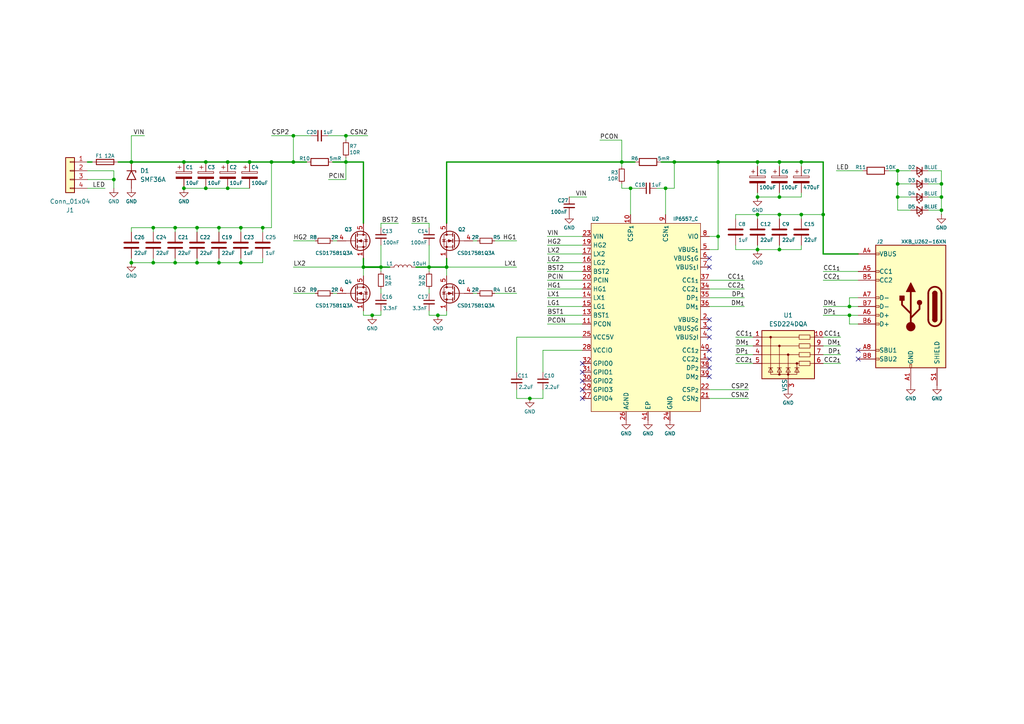
<source format=kicad_sch>
(kicad_sch (version 20250114) (generator "eeschema") (generator_version "9.0")
  (paper "A4")
  (lib_symbols
    (symbol "Connector:USB_C_Receptacle_USB2.0_16P" (pin_names (offset 1.016))
      (property "Reference" "J" (at 0 22.225 0))
      (property "Value" "USB_C_Receptacle_USB2.0_16P" (at 0 19.685 0))
      (symbol "USB_C_Receptacle_USB2.0_16P_1_1"
        (pin passive line (at -7.62 -22.86 90) (length 5.08) (name "SHIELD") (number "S1"))
        (pin passive line (at 0 -22.86 90) (length 5.08) (name "GND") (number "A1"))
        (pin passive line (at 0 -22.86 90) (length 5.08) (hide yes) (name "GND") (number "A12"))
        (pin passive line (at 0 -22.86 90) (length 5.08) (hide yes) (name "GND") (number "B1"))
        (pin passive line (at 0 -22.86 90) (length 5.08) (hide yes) (name "GND") (number "B12"))
        (pin passive line (at 15.24 15.24 180) (length 5.08) (name "VBUS") (number "A4"))
        (pin passive line (at 15.24 15.24 180) (length 5.08) (hide yes) (name "VBUS") (number "A9"))
        (pin passive line (at 15.24 15.24 180) (length 5.08) (hide yes) (name "VBUS") (number "B4"))
        (pin passive line (at 15.24 15.24 180) (length 5.08) (hide yes) (name "VBUS") (number "B9"))
        (pin bidirectional line (at 15.24 10.16 180) (length 5.08) (name "CC1") (number "A5"))
        (pin bidirectional line (at 15.24 7.62 180) (length 5.08) (name "CC2") (number "B5"))
        (pin bidirectional line (at 15.24 2.54 180) (length 5.08) (name "D-") (number "A7"))
        (pin bidirectional line (at 15.24 0 180) (length 5.08) (name "D-") (number "B7"))
        (pin bidirectional line (at 15.24 -2.54 180) (length 5.08) (name "D+") (number "A6"))
        (pin bidirectional line (at 15.24 -5.08 180) (length 5.08) (name "D+") (number "B6"))
        (pin bidirectional line (at 15.24 -12.7 180) (length 5.08) (name "SBU1") (number "A8"))
        (pin bidirectional line (at 15.24 -15.24 180) (length 5.08) (name "SBU2") (number "B8"))
      )
    )
    (symbol "Connector_Generic:Conn_01x04" (pin_names (offset 1.016) (hide yes))
      (property "Reference" "J" (at 0 5.08 0))
      (property "Value" "Conn_01x04" (at 0 -7.62 0))
      (symbol "Conn_01x04_1_1"
        (pin passive line (at -5.08 2.54 0) (length 3.81) (name "Pin_1") (number "1"))
        (pin passive line (at -5.08 0 0) (length 3.81) (name "Pin_2") (number "2"))
        (pin passive line (at -5.08 -2.54 0) (length 3.81) (name "Pin_3") (number "3"))
        (pin passive line (at -5.08 -5.08 0) (length 3.81) (name "Pin_4") (number "4"))
      )
    )
    (symbol "Device:C" (pin_numbers (hide yes)) (pin_names (offset 0.254))
      (property "Reference" "C" (at 0.635 2.54 0))
      (property "Value" "C" (at 0.635 -2.54 0))
      (symbol "C_1_1"
        (pin passive line (at 0 3.81 270) (length 2.794) (name "~") (number "1"))
        (pin passive line (at 0 -3.81 90) (length 2.794) (name "~") (number "2"))
      )
    )
    (symbol "Device:C_Polarized" (pin_numbers (hide yes)) (pin_names (offset 0.254))
      (property "Reference" "C" (at 0.635 2.54 0))
      (property "Value" "C_Polarized" (at 0.635 -2.54 0))
      (symbol "C_Polarized_1_1"
        (pin passive line (at 0 3.81 270) (length 2.794) (name "~") (number "1"))
        (pin passive line (at 0 -3.81 90) (length 2.794) (name "~") (number "2"))
      )
    )
    (symbol "Device:C_Small" (pin_numbers (hide yes)) (pin_names (offset 0.254) (hide yes))
      (property "Reference" "C" (at 0.254 1.778 0))
      (property "Value" "C_Small" (at 0.254 -2.032 0))
      (symbol "C_Small_1_1"
        (pin passive line (at 0 2.54 270) (length 2.032) (name "~") (number "1"))
        (pin passive line (at 0 -2.54 90) (length 2.032) (name "~") (number "2"))
      )
    )
    (symbol "Device:Fuse" (pin_numbers (hide yes)) (pin_names (offset 0))
      (property "Reference" "F" (at 2.032 0 90))
      (property "Value" "Fuse" (at -1.905 0 90))
      (symbol "Fuse_1_1"
        (pin passive line (at 0 3.81 270) (length 1.27) (name "~") (number "1"))
        (pin passive line (at 0 -3.81 90) (length 1.27) (name "~") (number "2"))
      )
    )
    (symbol "Device:L" (pin_numbers (hide yes)) (pin_names (offset 1.016) (hide yes))
      (property "Reference" "L" (at -1.27 0 90))
      (property "Value" "L" (at 1.905 0 90))
      (symbol "L_1_1"
        (pin passive line (at 0 3.81 270) (length 1.27) (name "1") (number "1"))
        (pin passive line (at 0 -3.81 90) (length 1.27) (name "2") (number "2"))
      )
    )
    (symbol "Device:LED_Small" (pin_numbers (hide yes)) (pin_names (offset 0.254) (hide yes))
      (property "Reference" "D" (at -1.27 3.175 0))
      (property "Value" "LED_Small" (at -4.445 -2.54 0))
      (symbol "LED_Small_1_1"
        (pin passive line (at -2.54 0 0) (length 1.778) (name "K") (number "1"))
        (pin passive line (at 2.54 0 180) (length 1.778) (name "A") (number "2"))
      )
    )
    (symbol "Device:R" (pin_numbers (hide yes)) (pin_names (offset 0))
      (property "Reference" "R" (at 2.032 0 90))
      (property "Value" "R" (at 0 0 90))
      (symbol "R_1_1"
        (pin passive line (at 0 3.81 270) (length 1.27) (name "~") (number "1"))
        (pin passive line (at 0 -3.81 90) (length 1.27) (name "~") (number "2"))
      )
    )
    (symbol "Device:R_Small" (pin_numbers (hide yes)) (pin_names (offset 0.254) (hide yes))
      (property "Reference" "R" (at 0 0 90))
      (property "Value" "R_Small" (at 1.778 0 90))
      (symbol "R_Small_1_1"
        (pin passive line (at 0 2.54 270) (length 0.762) (name "~") (number "1"))
        (pin passive line (at 0 -2.54 90) (length 0.762) (name "~") (number "2"))
      )
    )
    (symbol "Diode:SMF36A" (pin_numbers (hide yes)) (pin_names (offset 1.016) (hide yes))
      (property "Reference" "D" (at 0 2.54 0))
      (property "Value" "SMF36A" (at 0 -2.54 0))
      (symbol "SMF36A_1_1"
        (pin passive line (at -3.81 0 0) (length 2.54) (name "A1") (number "1"))
        (pin passive line (at 3.81 0 180) (length 2.54) (name "A2") (number "2"))
      )
    )
    (symbol "IP6557_Charger:IP6557_C"
      (property "Reference" "U" (at -15.24 27.94 0))
      (property "Value" "IP6557_C" (at 10.922 27.94 0))
      (symbol "IP6557_C_0_0"
        (pin unspecified line (at -19.05 22.86 0) (length 2.54) (name "VIN") (number "23"))
        (pin unspecified line (at -19.05 20.32 0) (length 2.54) (name "HG2") (number "19"))
        (pin unspecified line (at -19.05 17.78 0) (length 2.54) (name "LX2") (number "17"))
        (pin unspecified line (at -19.05 15.24 0) (length 2.54) (name "LG2") (number "16"))
        (pin unspecified line (at -19.05 12.7 0) (length 2.54) (name "BST2") (number "18"))
        (pin unspecified line (at -19.05 10.16 0) (length 2.54) (name "PCIN") (number "20"))
        (pin unspecified line (at -19.05 7.62 0) (length 2.54) (name "HG1") (number "12"))
        (pin unspecified line (at -19.05 5.08 0) (length 2.54) (name "LX1") (number "14"))
        (pin unspecified line (at -19.05 2.54 0) (length 2.54) (name "LG1") (number "15"))
        (pin unspecified line (at -19.05 0 0) (length 2.54) (name "BST1") (number "13"))
        (pin unspecified line (at -19.05 -2.54 0) (length 2.54) (name "PCON") (number "11"))
        (pin unspecified line (at -19.05 -6.35 0) (length 2.54) (name "VCC5V") (number "25"))
        (pin unspecified line (at -19.05 -10.16 0) (length 2.54) (name "VCCIO") (number "28"))
        (pin unspecified line (at -19.05 -13.97 0) (length 2.54) (name "GPIO0") (number "32"))
        (pin unspecified line (at -19.05 -16.51 0) (length 2.54) (name "GPIO1") (number "31"))
        (pin unspecified line (at -19.05 -19.05 0) (length 2.54) (name "GPIO2") (number "30"))
        (pin unspecified line (at -19.05 -21.59 0) (length 2.54) (name "GPIO3") (number "29"))
        (pin unspecified line (at -19.05 -24.13 0) (length 2.54) (name "GPIO4") (number "27"))
        (pin unspecified line (at -6.35 -30.48 90) (length 2.54) (name "AGND") (number "26"))
        (pin unspecified line (at 0 -30.48 90) (length 2.54) (name "EP") (number "41"))
        (pin unspecified line (at 6.35 -30.48 90) (length 2.54) (name "GND") (number "24"))
        (pin unspecified line (at 17.78 22.86 180) (length 2.54) (name "VIO") (number "8"))
      )
      (symbol "IP6557_C_1_0"
        (pin unspecified line (at -5.08 29.21 270) (length 2.54) (name "CSP_{1}") (number "10"))
        (pin unspecified line (at 5.08 29.21 270) (length 2.54) (name "CSN_{1}") (number "9"))
        (pin unspecified line (at 17.78 19.05 180) (length 2.54) (name "VBUS_{1}") (number "5"))
        (pin unspecified line (at 17.78 16.51 180) (length 2.54) (name "VBUS_{1}G") (number "6"))
        (pin unspecified line (at 17.78 13.97 180) (length 2.54) (name "VBUS_{1}I") (number "7"))
        (pin unspecified line (at 17.78 10.16 180) (length 2.54) (name "CC1_{1}") (number "37"))
        (pin unspecified line (at 17.78 7.62 180) (length 2.54) (name "CC2_{1}") (number "34"))
        (pin unspecified line (at 17.78 5.08 180) (length 2.54) (name "DP_{1}") (number "35"))
        (pin unspecified line (at 17.78 2.54 180) (length 2.54) (name "DM_{1}") (number "36"))
        (pin unspecified line (at 17.78 -1.27 180) (length 2.54) (name "VBUS_{2}") (number "2"))
        (pin unspecified line (at 17.78 -3.81 180) (length 2.54) (name "VBUS_{2}G") (number "3"))
        (pin unspecified line (at 17.78 -6.35 180) (length 2.54) (name "VBUS_{2}I") (number "4"))
        (pin unspecified line (at 17.78 -10.16 180) (length 2.54) (name "CC1_{2}") (number "40"))
        (pin unspecified line (at 17.78 -12.7 180) (length 2.54) (name "CC2_{2}") (number "1"))
        (pin unspecified line (at 17.78 -15.24 180) (length 2.54) (name "DP_{2}") (number "38"))
        (pin unspecified line (at 17.78 -17.78 180) (length 2.54) (name "DM_{2}") (number "39"))
        (pin unspecified line (at 17.78 -21.59 180) (length 2.54) (name "CSP_{2}") (number "22"))
        (pin unspecified line (at 17.78 -24.13 180) (length 2.54) (name "CSN_{2}") (number "21"))
        (pin unspecified line (at 17.78 -26.67 180) (length 2.54) (hide yes) (name "NC") (number "33"))
      )
    )
    (symbol "Power_Protection:ESD224DQA" (pin_names (offset 0))
      (property "Reference" "U" (at -0.635 8.255 0))
      (property "Value" "ESD224DQA" (at 8.89 -8.255 0))
      (symbol "ESD224DQA_1_1"
        (pin passive line (at -10.16 5.08 0) (length 2.54) (name "~") (number "1"))
        (pin passive line (at -10.16 2.54 0) (length 2.54) (name "~") (number "2"))
        (pin passive line (at -10.16 0 0) (length 2.54) (name "~") (number "4"))
        (pin passive line (at -10.16 -2.54 0) (length 2.54) (name "~") (number "5"))
        (pin power_in line (at 0 -10.16 90) (length 2.54) (name "VSS") (number "3"))
        (pin passive line (at 0 -10.16 90) (length 2.54) (hide yes) (name "VSS") (number "8"))
        (pin passive line (at 10.16 5.08 180) (length 2.54) (name "~") (number "10"))
        (pin passive line (at 10.16 2.54 180) (length 2.54) (name "~") (number "9"))
        (pin passive line (at 10.16 0 180) (length 2.54) (name "~") (number "7"))
        (pin passive line (at 10.16 -2.54 180) (length 2.54) (name "~") (number "6"))
      )
    )
    (symbol "Transistor_FET:CSD17581Q3A" (pin_names (hide yes))
      (property "Reference" "Q" (at 5.08 1.905 0))
      (property "Value" "CSD17581Q3A" (at 5.08 0 0))
      (symbol "CSD17581Q3A_1_1"
        (pin passive line (at -5.08 0 0) (length 2.54) (name "G") (number "4"))
        (pin passive line (at 2.54 5.08 270) (length 2.54) (name "D") (number "5"))
        (pin passive line (at 2.54 -5.08 90) (length 2.54) (name "S") (number "1"))
        (pin passive line (at 2.54 -5.08 90) (length 2.54) (hide yes) (name "S") (number "2"))
        (pin passive line (at 2.54 -5.08 90) (length 2.54) (hide yes) (name "S") (number "3"))
      )
    )
    (symbol "power:GND" (power) (pin_numbers (hide yes)) (pin_names (offset 0) (hide yes))
      (property "Value" "GND" (at 0 -3.81 0))
      (symbol "GND_1_1"
        (pin power_in line (at 0 0 270) (length 0) (name "~") (number "1"))
      )
    )
  )
  (junction (at 124.46 77.47))
  (junction (at 53.34 54.61))
  (junction (at 38.1 76.2))
  (junction (at 127 91.44))
  (junction (at 44.45 76.2))
  (junction (at 260.35 57.15))
  (junction (at 219.71 57.15))
  (junction (at 110.49 77.47))
  (junction (at 50.8 76.2))
  (junction (at 246.38 91.44))
  (junction (at 57.15 76.2))
  (junction (at 63.5 66.04))
  (junction (at 38.1 46.99))
  (junction (at 246.38 88.9))
  (junction (at 273.05 60.96))
  (junction (at 232.41 46.99))
  (junction (at 63.5 76.2))
  (junction (at 208.28 46.99))
  (junction (at 180.34 46.99))
  (junction (at 105.41 77.47))
  (junction (at 76.2 66.04))
  (junction (at 66.04 46.99))
  (junction (at 50.8 66.04))
  (junction (at 100.33 39.37))
  (junction (at 153.67 115.57))
  (junction (at 33.02 52.07))
  (junction (at 208.28 68.58))
  (junction (at 69.85 66.04))
  (junction (at 69.85 76.2))
  (junction (at 66.04 54.61))
  (junction (at 226.06 72.39))
  (junction (at 238.76 62.23))
  (junction (at 226.06 57.15))
  (junction (at 226.06 62.23))
  (junction (at 78.74 46.99))
  (junction (at 182.88 54.61))
  (junction (at 57.15 66.04))
  (junction (at 59.69 54.61))
  (junction (at 273.05 57.15))
  (junction (at 226.06 46.99))
  (junction (at 219.71 46.99))
  (junction (at 193.04 54.61))
  (junction (at 273.05 53.34))
  (junction (at 129.54 77.47))
  (junction (at 100.33 46.99))
  (junction (at 219.71 72.39))
  (junction (at 219.71 62.23))
  (junction (at 260.35 53.34))
  (junction (at 85.09 46.99))
  (junction (at 44.45 66.04))
  (junction (at 72.39 46.99))
  (junction (at 107.95 91.44))
  (junction (at 85.09 39.37))
  (junction (at 53.34 46.99))
  (junction (at 195.58 46.99))
  (junction (at 232.41 62.23))
  (junction (at 59.69 46.99))
  (junction (at 260.35 49.53))
  (no_connect (at 205.74 106.68))
  (no_connect (at 205.74 104.14))
  (no_connect (at 168.91 107.95))
  (no_connect (at 205.74 101.6))
  (no_connect (at 205.74 92.71))
  (no_connect (at 205.74 97.79))
  (no_connect (at 248.92 101.6))
  (no_connect (at 168.91 113.03))
  (no_connect (at 168.91 105.41))
  (no_connect (at 205.74 95.25))
  (no_connect (at 168.91 115.57))
  (no_connect (at 205.74 77.47))
  (no_connect (at 205.74 109.22))
  (no_connect (at 248.92 104.14))
  (no_connect (at 168.91 110.49))
  (no_connect (at 205.74 74.93))
  (wire (pts (xy 78.74 46.99) (xy 85.09 46.99)))
  (wire (pts (xy 260.35 49.53) (xy 260.35 53.34)))
  (wire (pts (xy 238.76 88.9) (xy 246.38 88.9)))
  (wire (pts (xy 195.58 54.61) (xy 193.04 54.61)))
  (wire (pts (xy 149.86 85.09) (xy 143.51 85.09)))
  (wire (pts (xy 100.33 40.64) (xy 100.33 39.37)))
  (wire (pts (xy 173.99 40.64) (xy 180.34 40.64)))
  (wire (pts (xy 158.75 86.36) (xy 168.91 86.36)))
  (wire (pts (xy 238.76 102.87) (xy 243.84 102.87)))
  (wire (pts (xy 226.06 62.23) (xy 232.41 62.23)))
  (wire (pts (xy 158.75 73.66) (xy 168.91 73.66)))
  (wire (pts (xy 53.34 46.99) (xy 59.69 46.99)) (stroke (width 0.381)))
  (wire (pts (xy 238.76 91.44) (xy 246.38 91.44)))
  (wire (pts (xy 149.86 97.79) (xy 149.86 107.95)))
  (wire (pts (xy 25.4 54.61) (xy 30.48 54.61)))
  (wire (pts (xy 105.41 74.93) (xy 105.41 77.47)) (stroke (width 0.381)))
  (wire (pts (xy 57.15 66.04) (xy 63.5 66.04)))
  (wire (pts (xy 63.5 66.04) (xy 69.85 66.04)))
  (wire (pts (xy 157.48 101.6) (xy 157.48 107.95)))
  (wire (pts (xy 110.49 66.04) (xy 110.49 64.77)))
  (wire (pts (xy 119.38 64.77) (xy 124.46 64.77)))
  (wire (pts (xy 205.74 81.28) (xy 215.9 81.28)))
  (wire (pts (xy 41.91 39.37) (xy 38.1 39.37)))
  (wire (pts (xy 72.39 46.99) (xy 66.04 46.99)))
  (wire (pts (xy 69.85 67.31) (xy 69.85 66.04)))
  (wire (pts (xy 205.74 86.36) (xy 215.9 86.36)))
  (wire (pts (xy 226.06 57.15) (xy 226.06 55.88)))
  (wire (pts (xy 226.06 72.39) (xy 232.41 72.39)))
  (wire (pts (xy 129.54 46.99) (xy 180.34 46.99)) (stroke (width 0.381)))
  (wire (pts (xy 85.09 85.09) (xy 91.44 85.09)))
  (wire (pts (xy 78.74 39.37) (xy 85.09 39.37)))
  (wire (pts (xy 213.36 62.23) (xy 219.71 62.23)))
  (wire (pts (xy 158.75 71.12) (xy 168.91 71.12)))
  (wire (pts (xy 72.39 46.99) (xy 78.74 46.99)))
  (wire (pts (xy 57.15 66.04) (xy 57.15 67.31)))
  (wire (pts (xy 124.46 83.82) (xy 124.46 85.09)))
  (wire (pts (xy 95.25 39.37) (xy 100.33 39.37)))
  (wire (pts (xy 127 91.44) (xy 129.54 91.44)))
  (wire (pts (xy 246.38 86.36) (xy 246.38 88.9)))
  (wire (pts (xy 260.35 53.34) (xy 264.16 53.34)))
  (wire (pts (xy 226.06 62.23) (xy 226.06 63.5)))
  (wire (pts (xy 218.44 105.41) (xy 213.36 105.41)))
  (wire (pts (xy 226.06 57.15) (xy 232.41 57.15)))
  (wire (pts (xy 158.75 88.9) (xy 168.91 88.9)))
  (wire (pts (xy 53.34 54.61) (xy 59.69 54.61)))
  (wire (pts (xy 129.54 77.47) (xy 129.54 80.01)))
  (wire (pts (xy 96.52 85.09) (xy 97.79 85.09)))
  (wire (pts (xy 25.4 52.07) (xy 33.02 52.07)))
  (wire (pts (xy 232.41 62.23) (xy 238.76 62.23)))
  (wire (pts (xy 238.76 46.99) (xy 232.41 46.99)))
  (wire (pts (xy 158.75 78.74) (xy 168.91 78.74)))
  (wire (pts (xy 232.41 62.23) (xy 232.41 63.5)))
  (wire (pts (xy 232.41 72.39) (xy 232.41 71.12)))
  (wire (pts (xy 208.28 46.99) (xy 219.71 46.99)) (stroke (width 0.381)))
  (wire (pts (xy 38.1 76.2) (xy 38.1 74.93)))
  (wire (pts (xy 205.74 88.9) (xy 215.9 88.9)))
  (wire (pts (xy 219.71 72.39) (xy 219.71 71.12)))
  (wire (pts (xy 180.34 46.99) (xy 180.34 48.26)))
  (wire (pts (xy 218.44 102.87) (xy 213.36 102.87)))
  (wire (pts (xy 205.74 83.82) (xy 215.9 83.82)))
  (wire (pts (xy 248.92 86.36) (xy 246.38 86.36)))
  (wire (pts (xy 213.36 72.39) (xy 219.71 72.39)))
  (wire (pts (xy 238.76 97.79) (xy 243.84 97.79)))
  (wire (pts (xy 158.75 93.98) (xy 168.91 93.98)))
  (wire (pts (xy 238.76 73.66) (xy 248.92 73.66)) (stroke (width 0.381)))
  (wire (pts (xy 149.86 113.03) (xy 149.86 115.57)))
  (wire (pts (xy 168.91 97.79) (xy 149.86 97.79)))
  (wire (pts (xy 124.46 77.47) (xy 124.46 78.74)))
  (wire (pts (xy 232.41 55.88) (xy 232.41 57.15)))
  (wire (pts (xy 184.15 46.99) (xy 180.34 46.99)) (stroke (width 0.381)))
  (wire (pts (xy 53.34 46.99) (xy 59.69 46.99)))
  (wire (pts (xy 248.92 93.98) (xy 246.38 93.98)))
  (wire (pts (xy 219.71 55.88) (xy 219.71 57.15)))
  (wire (pts (xy 72.39 46.99) (xy 78.74 46.99)) (stroke (width 0.381)))
  (wire (pts (xy 238.76 78.74) (xy 248.92 78.74)))
  (wire (pts (xy 242.57 49.53) (xy 250.19 49.53)))
  (wire (pts (xy 124.46 91.44) (xy 127 91.44)))
  (wire (pts (xy 44.45 76.2) (xy 44.45 74.93)))
  (wire (pts (xy 264.16 49.53) (xy 260.35 49.53)))
  (wire (pts (xy 157.48 115.57) (xy 157.48 113.03)))
  (wire (pts (xy 105.41 91.44) (xy 105.41 90.17)))
  (wire (pts (xy 182.88 54.61) (xy 180.34 54.61)))
  (wire (pts (xy 232.41 46.99) (xy 232.41 48.26)))
  (wire (pts (xy 219.71 62.23) (xy 226.06 62.23)))
  (wire (pts (xy 269.24 57.15) (xy 273.05 57.15)))
  (wire (pts (xy 110.49 64.77) (xy 115.57 64.77)))
  (wire (pts (xy 269.24 60.96) (xy 273.05 60.96)))
  (wire (pts (xy 158.75 81.28) (xy 168.91 81.28)))
  (wire (pts (xy 76.2 66.04) (xy 76.2 67.31)))
  (wire (pts (xy 226.06 48.26) (xy 226.06 46.99)))
  (wire (pts (xy 217.17 115.57) (xy 205.74 115.57)))
  (wire (pts (xy 33.02 49.53) (xy 33.02 52.07)))
  (wire (pts (xy 38.1 46.99) (xy 53.34 46.99)) (stroke (width 0.381)))
  (wire (pts (xy 238.76 105.41) (xy 243.84 105.41)))
  (wire (pts (xy 129.54 77.47) (xy 129.54 74.93)) (stroke (width 0.381)))
  (wire (pts (xy 273.05 57.15) (xy 273.05 60.96)))
  (wire (pts (xy 85.09 69.85) (xy 91.44 69.85)))
  (wire (pts (xy 273.05 49.53) (xy 273.05 53.34)))
  (wire (pts (xy 269.24 49.53) (xy 273.05 49.53)))
  (wire (pts (xy 170.18 57.15) (xy 165.1 57.15)))
  (wire (pts (xy 63.5 76.2) (xy 69.85 76.2)))
  (wire (pts (xy 33.02 52.07) (xy 33.02 54.61)))
  (wire (pts (xy 208.28 68.58) (xy 208.28 46.99)))
  (wire (pts (xy 269.24 53.34) (xy 273.05 53.34)))
  (wire (pts (xy 260.35 53.34) (xy 260.35 57.15)))
  (wire (pts (xy 78.74 46.99) (xy 78.74 66.04)))
  (wire (pts (xy 138.43 69.85) (xy 137.16 69.85)))
  (wire (pts (xy 158.75 83.82) (xy 168.91 83.82)))
  (wire (pts (xy 105.41 46.99) (xy 100.33 46.99)) (stroke (width 0.381)))
  (wire (pts (xy 218.44 97.79) (xy 213.36 97.79)))
  (wire (pts (xy 38.1 39.37) (xy 38.1 46.99)))
  (wire (pts (xy 213.36 63.5) (xy 213.36 62.23)))
  (wire (pts (xy 219.71 62.23) (xy 219.71 63.5)))
  (wire (pts (xy 219.71 46.99) (xy 226.06 46.99)) (stroke (width 0.381)))
  (wire (pts (xy 195.58 46.99) (xy 191.77 46.99)) (stroke (width 0.381)))
  (wire (pts (xy 158.75 91.44) (xy 168.91 91.44)))
  (wire (pts (xy 218.44 100.33) (xy 213.36 100.33)))
  (wire (pts (xy 124.46 71.12) (xy 124.46 77.47)))
  (wire (pts (xy 219.71 57.15) (xy 226.06 57.15)))
  (wire (pts (xy 260.35 49.53) (xy 257.81 49.53)))
  (wire (pts (xy 149.86 77.47) (xy 129.54 77.47)))
  (wire (pts (xy 129.54 64.77) (xy 129.54 46.99)) (stroke (width 0.381)))
  (wire (pts (xy 100.33 52.07) (xy 100.33 46.99)))
  (wire (pts (xy 193.04 54.61) (xy 190.5 54.61)))
  (wire (pts (xy 158.75 68.58) (xy 168.91 68.58)))
  (wire (pts (xy 44.45 66.04) (xy 44.45 67.31)))
  (wire (pts (xy 205.74 72.39) (xy 208.28 72.39)))
  (wire (pts (xy 208.28 72.39) (xy 208.28 68.58)))
  (wire (pts (xy 59.69 46.99) (xy 66.04 46.99)) (stroke (width 0.381)))
  (wire (pts (xy 105.41 46.99) (xy 105.41 64.77)) (stroke (width 0.381)))
  (wire (pts (xy 38.1 66.04) (xy 44.45 66.04)))
  (wire (pts (xy 205.74 68.58) (xy 208.28 68.58)))
  (wire (pts (xy 195.58 54.61) (xy 195.58 46.99)))
  (wire (pts (xy 96.52 69.85) (xy 97.79 69.85)))
  (wire (pts (xy 85.09 39.37) (xy 90.17 39.37)))
  (wire (pts (xy 193.04 54.61) (xy 193.04 62.23)))
  (wire (pts (xy 76.2 74.93) (xy 76.2 76.2)))
  (wire (pts (xy 238.76 62.23) (xy 238.76 73.66)) (stroke (width 0.381)))
  (wire (pts (xy 273.05 60.96) (xy 273.05 62.23)))
  (wire (pts (xy 25.4 46.99) (xy 26.67 46.99)) (stroke (width 0.381)))
  (wire (pts (xy 246.38 88.9) (xy 248.92 88.9)))
  (wire (pts (xy 78.74 66.04) (xy 76.2 66.04)))
  (wire (pts (xy 180.34 53.34) (xy 180.34 54.61)))
  (wire (pts (xy 180.34 40.64) (xy 180.34 46.99)))
  (wire (pts (xy 238.76 46.99) (xy 238.76 62.23)) (stroke (width 0.381)))
  (wire (pts (xy 226.06 72.39) (xy 226.06 71.12)))
  (wire (pts (xy 238.76 100.33) (xy 243.84 100.33)))
  (wire (pts (xy 57.15 74.93) (xy 57.15 76.2)))
  (wire (pts (xy 246.38 93.98) (xy 246.38 91.44)))
  (wire (pts (xy 213.36 71.12) (xy 213.36 72.39)))
  (wire (pts (xy 110.49 71.12) (xy 110.49 77.47)))
  (wire (pts (xy 85.09 46.99) (xy 88.9 46.99)) (stroke (width 0.381)))
  (wire (pts (xy 34.29 46.99) (xy 38.1 46.99)) (stroke (width 0.381)))
  (wire (pts (xy 100.33 45.72) (xy 100.33 46.99)))
  (wire (pts (xy 260.35 60.96) (xy 260.35 57.15)))
  (wire (pts (xy 38.1 46.99) (xy 53.34 46.99)))
  (wire (pts (xy 226.06 46.99) (xy 232.41 46.99)) (stroke (width 0.381)))
  (wire (pts (xy 158.75 76.2) (xy 168.91 76.2)))
  (wire (pts (xy 138.43 85.09) (xy 137.16 85.09)))
  (wire (pts (xy 185.42 54.61) (xy 182.88 54.61)))
  (wire (pts (xy 238.76 81.28) (xy 248.92 81.28)))
  (wire (pts (xy 110.49 77.47) (xy 113.03 77.47)) (stroke (width 0.381)))
  (wire (pts (xy 69.85 76.2) (xy 69.85 74.93)))
  (wire (pts (xy 95.25 52.07) (xy 100.33 52.07)))
  (wire (pts (xy 59.69 46.99) (xy 66.04 46.99)))
  (wire (pts (xy 195.58 46.99) (xy 208.28 46.99)) (stroke (width 0.381)))
  (wire (pts (xy 59.69 54.61) (xy 66.04 54.61)))
  (wire (pts (xy 232.41 46.99) (xy 238.76 46.99)) (stroke (width 0.381)))
  (wire (pts (xy 149.86 69.85) (xy 143.51 69.85)))
  (wire (pts (xy 50.8 66.04) (xy 50.8 67.31)))
  (wire (pts (xy 85.09 39.37) (xy 85.09 46.99)))
  (wire (pts (xy 100.33 39.37) (xy 106.68 39.37)))
  (wire (pts (xy 105.41 91.44) (xy 107.95 91.44)))
  (wire (pts (xy 124.46 64.77) (xy 124.46 66.04)))
  (wire (pts (xy 168.91 101.6) (xy 157.48 101.6)))
  (wire (pts (xy 44.45 66.04) (xy 50.8 66.04)))
  (wire (pts (xy 110.49 83.82) (xy 110.49 85.09)))
  (wire (pts (xy 124.46 91.44) (xy 124.46 90.17)))
  (wire (pts (xy 50.8 66.04) (xy 57.15 66.04)))
  (wire (pts (xy 50.8 74.93) (xy 50.8 76.2)))
  (wire (pts (xy 50.8 76.2) (xy 57.15 76.2)))
  (wire (pts (xy 219.71 72.39) (xy 226.06 72.39)))
  (wire (pts (xy 246.38 91.44) (xy 248.92 91.44)))
  (wire (pts (xy 110.49 77.47) (xy 110.49 78.74)))
  (wire (pts (xy 107.95 91.44) (xy 110.49 91.44)))
  (wire (pts (xy 38.1 76.2) (xy 44.45 76.2)))
  (wire (pts (xy 57.15 76.2) (xy 63.5 76.2)))
  (wire (pts (xy 153.67 115.57) (xy 149.86 115.57)))
  (wire (pts (xy 66.04 54.61) (xy 72.39 54.61)))
  (wire (pts (xy 264.16 57.15) (xy 260.35 57.15)))
  (wire (pts (xy 219.71 48.26) (xy 219.71 46.99)))
  (wire (pts (xy 44.45 76.2) (xy 50.8 76.2)))
  (wire (pts (xy 85.09 77.47) (xy 105.41 77.47)))
  (wire (pts (xy 110.49 91.44) (xy 110.49 90.17)))
  (wire (pts (xy 96.52 46.99) (xy 100.33 46.99)) (stroke (width 0.381)))
  (wire (pts (xy 69.85 66.04) (xy 76.2 66.04)))
  (wire (pts (xy 105.41 77.47) (xy 110.49 77.47)) (stroke (width 0.508)))
  (wire (pts (xy 129.54 91.44) (xy 129.54 90.17)))
  (wire (pts (xy 63.5 74.93) (xy 63.5 76.2)))
  (wire (pts (xy 63.5 66.04) (xy 63.5 67.31)))
  (wire (pts (xy 25.4 49.53) (xy 33.02 49.53)))
  (wire (pts (xy 66.04 46.99) (xy 72.39 46.99)) (stroke (width 0.381)))
  (wire (pts (xy 219.71 46.99) (xy 226.06 46.99)))
  (wire (pts (xy 69.85 76.2) (xy 76.2 76.2)))
  (wire (pts (xy 264.16 60.96) (xy 260.35 60.96)))
  (wire (pts (xy 226.06 46.99) (xy 232.41 46.99)))
  (wire (pts (xy 120.65 77.47) (xy 124.46 77.47)) (stroke (width 0.381)))
  (wire (pts (xy 124.46 77.47) (xy 129.54 77.47)) (stroke (width 0.381)))
  (wire (pts (xy 217.17 113.03) (xy 205.74 113.03)))
  (wire (pts (xy 153.67 115.57) (xy 157.48 115.57)))
  (wire (pts (xy 105.41 77.47) (xy 105.41 80.01)))
  (wire (pts (xy 38.1 66.04) (xy 38.1 67.31)))
  (wire (pts (xy 273.05 53.34) (xy 273.05 57.15)))
  (wire (pts (xy 182.88 54.61) (xy 182.88 62.23)))
  (wire (pts (xy 78.74 46.99) (xy 85.09 46.99)) (stroke (width 0.381)))
  (label "LED" (at 242.57 49.53 0))
  (label "CC1_{1}" (at 243.84 97.79 180))
  (label "CC2_{1}" (at 215.9 83.82 180))
  (label "DM_{1}" (at 243.84 100.33 180))
  (label "DM_{1}" (at 213.36 100.33 0))
  (label "HG2" (at 158.75 71.12 0))
  (label "BST2" (at 158.75 78.74 0))
  (label "PCIN" (at 158.75 81.28 0))
  (label "CC1_{1}" (at 238.76 78.74 0))
  (label "CSP2" (at 78.74 39.37 0))
  (label "DP_{1}" (at 215.9 86.36 180))
  (label "LG1" (at 158.75 88.9 0))
  (label "LG2" (at 85.09 85.09 0))
  (label "CC2_{1}" (at 238.76 81.28 0))
  (label "CC2_{1}" (at 243.84 105.41 180))
  (label "BST1" (at 158.75 91.44 0))
  (label "HG1" (at 149.86 69.85 180))
  (label "VIN" (at 41.91 39.37 180))
  (label "CSN2" (at 217.17 115.57 180))
  (label "VIN" (at 158.75 68.58 0))
  (label "CC2_{1}" (at 213.36 105.41 0))
  (label "DP_{1}" (at 238.76 91.44 0))
  (label "LX2" (at 85.09 77.47 0))
  (label "LX2" (at 158.75 73.66 0))
  (label "PCIN" (at 95.25 52.07 0))
  (label "PCON" (at 173.99 40.64 0))
  (label "LED" (at 30.48 54.61 180))
  (label "PCON" (at 158.75 93.98 0))
  (label "HG2" (at 85.09 69.85 0))
  (label "HG1" (at 158.75 83.82 0))
  (label "BST1" (at 119.38 64.77 0))
  (label "CC1_{1}" (at 213.36 97.79 0))
  (label "LX1" (at 149.86 77.47 180))
  (label "CSN2" (at 106.68 39.37 180))
  (label "VIN" (at 170.18 57.15 180))
  (label "LG2" (at 158.75 76.2 0))
  (label "CC1_{1}" (at 215.9 81.28 180))
  (label "LG1" (at 149.86 85.09 180))
  (label "BST2" (at 115.57 64.77 180))
  (label "CSP2" (at 217.17 113.03 180))
  (label "LX1" (at 158.75 86.36 0))
  (label "DM_{1}" (at 215.9 88.9 180))
  (label "DP_{1}" (at 243.84 102.87 180))
  (label "DP_{1}" (at 213.36 102.87 0))
  (label "DM_{1}" (at 238.76 88.9 0))
  (symbol (lib_id "power:GND") (at 219.71 57.15 0) (unit 1)
    (property "Reference" "#PWR011" (effects (hide yes)))
    (property "Value" "GND" (at 219.71 60.96 0) (effects (font (size 1.016 1.016))))
    (property "Description" "Power symbol creates a global label with name \"GND\" , ground" (effects (hide yes)))
  )
  (symbol (lib_id "Device:C_Polarized") (at 226.06 52.07 0) (unit 1)
    (property "Reference" "C6" (at 226.568 49.784 0) (effects (font (size 1.016 1.016)) (justify left)))
    (property "Value" "100uF" (at 226.568 54.356 0) (effects (font (size 1.016 1.016)) (justify left)))
    (property "Footprint" "Capacitor_THT:CP_Radial_D6.3mm_P2.50mm" (effects (hide yes)))
    (property "Description" "Polarized capacitor" (effects (hide yes)))
  )
  (symbol (lib_id "Device:C") (at 44.45 71.12 0) (unit 1)
    (property "Reference" "C24" (at 45.212 68.834 0) (effects (font (size 1.016 1.016)) (justify left)))
    (property "Value" "22uF" (at 45.212 73.406 0) (effects (font (size 1.016 1.016)) (justify left)))
    (property "Footprint" "Capacitor_SMD:C_0805_2012Metric" (effects (hide yes)))
    (property "Description" "Unpolarized capacitor" (effects (hide yes)))
  )
  (symbol (lib_id "Connector:USB_C_Receptacle_USB2.0_16P") (at 264.16 88.9 0) (mirror y) (unit 1)
    (property "Reference" "J2" (at 254.254 70.104 0) (effects (font (size 1.016 1.016)) (justify right)))
    (property "Value" "XKB_U262-16XN" (at 261.366 70.104 0) (effects (font (size 1.016 1.016)) (justify right)))
    (property "Footprint" "Connector_USB:USB_C_Receptacle_XKB_U262-16XN-4BVC11" (effects (hide yes)))
    (property "Datasheet" "https://www.usb.org/sites/default/files/documents/usb_type-c.zip" (effects (hide yes)))
    (property "Description" "USB 2.0-only 16P Type-C Receptacle connector" (effects (hide yes)))
  )
  (symbol (lib_id "Device:LED_Small") (at 266.7 49.53 180) (unit 1)
    (property "Reference" "D2" (at 264.414 48.514 0) (effects (font (size 1.016 1.016))))
    (property "Value" "BLUE" (at 270.002 48.514 0) (effects (font (size 1.016 1.016))))
    (property "Footprint" "LED_SMD:LED_0402_1005Metric" (effects (hide yes)))
    (property "Description" "Light emitting diode, small symbol" (effects (hide yes)))
    (property "Sim.Pin" "1=K 2=A" (effects (hide yes)))
  )
  (symbol (lib_id "Device:C_Polarized") (at 53.34 50.8 0) (unit 1)
    (property "Reference" "C1" (at 53.848 48.514 0) (effects (font (size 1.016 1.016)) (justify left)))
    (property "Value" "10uF" (at 53.848 53.086 0) (effects (font (size 1.016 1.016)) (justify left)))
    (property "Footprint" "Capacitor_THT:CP_Radial_D4.0mm_P1.50mm" (effects (hide yes)))
    (property "Description" "Polarized capacitor" (effects (hide yes)))
  )
  (symbol (lib_id "Power_Protection:ESD224DQA") (at 228.6 102.87 0) (unit 1)
    (property "Reference" "U1" (at 228.6 91.44 0))
    (property "Value" "ESD224DQA" (at 228.6 93.98 0))
    (property "Footprint" "Package_DFN_QFN:Diodes_UDFN-10_1.0x2.5mm_P0.5mm" (effects (hide yes)))
    (property "Datasheet" "https://www.ti.com/lit/ds/symlink/esd224.pdf" (effects (hide yes)))
    (property "Description" "4-Channel Low Capacitance TVS Diode Array, USON-10" (effects (hide yes)))
  )
  (symbol (lib_id "power:GND") (at 165.1 62.23 0) (unit 1)
    (property "Reference" "#PWR017" (effects (hide yes)))
    (property "Value" "GND" (at 165.1 66.04 0) (effects (font (size 1.016 1.016))))
    (property "Description" "Power symbol creates a global label with name \"GND\" , ground" (effects (hide yes)))
  )
  (symbol (lib_id "Device:C_Small") (at 110.49 87.63 0) (unit 1)
    (property "Reference" "C16" (at 110.744 86.106 0) (effects (font (size 1.016 1.016)) (justify left)))
    (property "Value" "3.3nF" (at 110.998 89.408 0) (effects (font (size 1.016 1.016)) (justify left)))
    (property "Footprint" "Capacitor_SMD:C_0402_1005Metric" (effects (hide yes)))
    (property "Description" "Unpolarized capacitor, small symbol" (effects (hide yes)))
  )
  (symbol (lib_id "Transistor_FET:CSD17581Q3A") (at 132.08 85.09 0) (mirror y) (unit 1)
    (property "Reference" "Q1" (at 132.842 81.788 0) (effects (font (size 1.016 1.016)) (justify right)))
    (property "Value" "CSD17581Q3A" (at 132.588 88.646 0) (effects (font (size 1.016 1.016)) (justify right)))
    (property "Footprint" "Package_SON:VSON-8_3.3x3.3mm_P0.65mm_NexFET" (effects (hide yes)))
    (property "Datasheet" "https://www.ti.com/lit/ds/symlink/csd17581q3a.pdf" (effects (hide yes)))
    (property "Description" "60A Id, 30V Vds, NexFET N-Channel Power MOSFET, 3.2mOhm Ron, Qg Typ 20nC, VSON-8 3.3x3.3mm" (effects (hide yes)))
  )
  (symbol (lib_id "Device:C") (at 232.41 67.31 0) (unit 1)
    (property "Reference" "C15" (at 233.172 65.024 0) (effects (font (size 1.016 1.016)) (justify left)))
    (property "Value" "22uF" (at 233.172 69.596 0) (effects (font (size 1.016 1.016)) (justify left)))
    (property "Footprint" "Capacitor_SMD:C_1206_3216Metric" (effects (hide yes)))
    (property "Description" "Unpolarized capacitor" (effects (hide yes)))
  )
  (symbol (lib_id "Device:C_Small") (at 165.1 59.69 0) (mirror y) (unit 1)
    (property "Reference" "C27" (at 164.846 58.166 0) (effects (font (size 1.016 1.016)) (justify left)))
    (property "Value" "100nF" (at 164.592 61.468 0) (effects (font (size 1.016 1.016)) (justify left)))
    (property "Footprint" "Capacitor_SMD:C_0402_1005Metric" (effects (hide yes)))
    (property "Description" "Unpolarized capacitor, small symbol" (effects (hide yes)))
  )
  (symbol (lib_id "Device:R_Small") (at 140.97 85.09 270) (mirror x) (unit 1)
    (property "Reference" "R4" (at 143.002 84.074 90) (effects (font (size 1.016 1.016)) (justify left)))
    (property "Value" "2R" (at 138.938 84.074 90) (effects (font (size 1.016 1.016)) (justify right)))
    (property "Footprint" "Resistor_SMD:R_0402_1005Metric" (effects (hide yes)))
    (property "Description" "Resistor, small symbol" (effects (hide yes)))
  )
  (symbol (lib_id "Device:R_Small") (at 124.46 81.28 0) (mirror y) (unit 1)
    (property "Reference" "R2" (at 123.444 80.518 0) (effects (font (size 1.016 1.016)) (justify left)))
    (property "Value" "2R" (at 123.444 82.296 0) (effects (font (size 1.016 1.016)) (justify left)))
    (property "Footprint" "Resistor_SMD:R_0402_1005Metric" (effects (hide yes)))
    (property "Description" "Resistor, small symbol" (effects (hide yes)))
  )
  (symbol (lib_id "Device:C_Polarized") (at 219.71 52.07 0) (unit 1)
    (property "Reference" "C5" (at 220.218 49.784 0) (effects (font (size 1.016 1.016)) (justify left)))
    (property "Value" "100uF" (at 220.218 54.356 0) (effects (font (size 1.016 1.016)) (justify left)))
    (property "Footprint" "Capacitor_THT:CP_Radial_D6.3mm_P2.50mm" (effects (hide yes)))
    (property "Description" "Polarized capacitor" (effects (hide yes)))
  )
  (symbol (lib_id "Device:R") (at 254 49.53 90) (unit 1)
    (property "Reference" "R11" (at 251.206 48.514 90) (effects (font (size 1.016 1.016)) (justify left)))
    (property "Value" "10K" (at 256.794 48.514 90) (effects (font (size 1.016 1.016)) (justify right)))
    (property "Footprint" "Resistor_SMD:R_0805_2012Metric" (effects (hide yes)))
    (property "Description" "Resistor" (effects (hide yes)))
  )
  (symbol (lib_id "Device:C_Small") (at 187.96 54.61 90) (unit 1)
    (property "Reference" "C18" (at 187.198 53.594 90) (effects (font (size 1.016 1.016)) (justify left)))
    (property "Value" "1uF" (at 188.976 53.594 90) (effects (font (size 1.016 1.016)) (justify right)))
    (property "Footprint" "Capacitor_SMD:C_0402_1005Metric" (effects (hide yes)))
    (property "Description" "Unpolarized capacitor, small symbol" (effects (hide yes)))
  )
  (symbol (lib_id "power:GND") (at 273.05 62.23 0) (unit 1)
    (property "Reference" "#PWR016" (effects (hide yes)))
    (property "Value" "GND" (at 273.05 66.04 0) (effects (font (size 1.016 1.016))))
    (property "Description" "Power symbol creates a global label with name \"GND\" , ground" (effects (hide yes)))
  )
  (symbol (lib_id "Device:R_Small") (at 110.49 81.28 0) (unit 1)
    (property "Reference" "R1" (at 111.506 80.518 0) (effects (font (size 1.016 1.016)) (justify left)))
    (property "Value" "2R" (at 111.506 82.296 0) (effects (font (size 1.016 1.016)) (justify left)))
    (property "Footprint" "Resistor_SMD:R_0402_1005Metric" (effects (hide yes)))
    (property "Description" "Resistor, small symbol" (effects (hide yes)))
  )
  (symbol (lib_id "power:GND") (at 33.02 54.61 0) (unit 1)
    (property "Reference" "#PWR01" (effects (hide yes)))
    (property "Value" "GND" (at 33.02 58.42 0) (effects (font (size 1.016 1.016))))
    (property "Description" "Power symbol creates a global label with name \"GND\" , ground" (effects (hide yes)))
  )
  (symbol (lib_id "Device:R") (at 187.96 46.99 90) (unit 1)
    (property "Reference" "R6" (at 185.166 45.974 90) (effects (font (size 1.016 1.016)) (justify left)))
    (property "Value" "5mR" (at 190.754 45.974 90) (effects (font (size 1.016 1.016)) (justify right)))
    (property "Footprint" "Resistor_SMD:R_0805_2012Metric" (effects (hide yes)))
    (property "Description" "Resistor" (effects (hide yes)))
  )
  (symbol (lib_id "Device:C_Small") (at 157.48 110.49 0) (unit 1)
    (property "Reference" "C10" (at 157.734 108.966 0) (effects (font (size 1.016 1.016)) (justify left)))
    (property "Value" "2.2uF" (at 157.988 112.268 0) (effects (font (size 1.016 1.016)) (justify left)))
    (property "Footprint" "Capacitor_SMD:C_0402_1005Metric" (effects (hide yes)))
    (property "Description" "Unpolarized capacitor, small symbol" (effects (hide yes)))
  )
  (symbol (lib_id "Transistor_FET:CSD17581Q3A") (at 132.08 69.85 0) (mirror y) (unit 1)
    (property "Reference" "Q2" (at 132.842 66.548 0) (effects (font (size 1.016 1.016)) (justify right)))
    (property "Value" "CSD17581Q3A" (at 132.588 73.406 0) (effects (font (size 1.016 1.016)) (justify right)))
    (property "Footprint" "Package_SON:VSON-8_3.3x3.3mm_P0.65mm_NexFET" (effects (hide yes)))
    (property "Datasheet" "https://www.ti.com/lit/ds/symlink/csd17581q3a.pdf" (effects (hide yes)))
    (property "Description" "60A Id, 30V Vds, NexFET N-Channel Power MOSFET, 3.2mOhm Ron, Qg Typ 20nC, VSON-8 3.3x3.3mm" (effects (hide yes)))
  )
  (symbol (lib_id "Device:C") (at 57.15 71.12 0) (unit 1)
    (property "Reference" "C22" (at 57.912 68.834 0) (effects (font (size 1.016 1.016)) (justify left)))
    (property "Value" "22uF" (at 57.912 73.406 0) (effects (font (size 1.016 1.016)) (justify left)))
    (property "Footprint" "Capacitor_SMD:C_0805_2012Metric" (effects (hide yes)))
    (property "Description" "Unpolarized capacitor" (effects (hide yes)))
  )
  (symbol (lib_id "power:GND") (at 219.71 72.39 0) (unit 1)
    (property "Reference" "#PWR012" (effects (hide yes)))
    (property "Value" "GND" (at 219.71 76.2 0) (effects (font (size 1.016 1.016))))
    (property "Description" "Power symbol creates a global label with name \"GND\" , ground" (effects (hide yes)))
  )
  (symbol (lib_id "Device:R_Small") (at 100.33 43.18 0) (unit 1)
    (property "Reference" "R7" (at 101.346 42.418 0) (effects (font (size 1.016 1.016)) (justify left)))
    (property "Value" "10R" (at 101.346 44.196 0) (effects (font (size 1.016 1.016)) (justify left)))
    (property "Footprint" "Resistor_SMD:R_0402_1005Metric" (effects (hide yes)))
    (property "Description" "Resistor, small symbol" (effects (hide yes)))
  )
  (symbol (lib_id "Device:Fuse") (at 30.48 46.99 90) (unit 1)
    (property "Reference" "F1" (at 28.702 45.212 90) (effects (font (size 1.016 1.016))))
    (property "Value" "12A" (at 31.75 45.212 90) (effects (font (size 1.016 1.016))))
    (property "Footprint" "Fuse:Fuse_1206_3216Metric" (effects (hide yes)))
    (property "Description" "Fuse" (effects (hide yes)))
  )
  (symbol (lib_id "Device:C") (at 38.1 71.12 0) (unit 1)
    (property "Reference" "C26" (at 38.862 68.834 0) (effects (font (size 1.016 1.016)) (justify left)))
    (property "Value" "22uF" (at 38.862 73.406 0) (effects (font (size 1.016 1.016)) (justify left)))
    (property "Footprint" "Capacitor_SMD:C_0805_2012Metric" (effects (hide yes)))
    (property "Description" "Unpolarized capacitor" (effects (hide yes)))
  )
  (symbol (lib_id "Connector_Generic:Conn_01x04") (at 20.32 49.53 0) (mirror y) (unit 1)
    (property "Reference" "J1" (at 20.32 60.96 0))
    (property "Value" "Conn_01x04" (at 20.32 58.42 0))
    (property "Footprint" "IP6557_Charger:PinHeader_1x04_P2.54mm_Horizontal" (effects (hide yes)))
    (property "Description" "Generic connector, single row, 01x04, script generated (kicad-library-utils/schlib/autogen/connector/)" (effects (hide yes)))
  )
  (symbol (lib_id "power:GND") (at 194.31 121.92 0) (unit 1)
    (property "Reference" "#PWR010" (effects (hide yes)))
    (property "Value" "GND" (at 194.31 125.73 0) (effects (font (size 1.016 1.016))))
    (property "Description" "Power symbol creates a global label with name \"GND\" , ground" (effects (hide yes)))
  )
  (symbol (lib_id "Device:R_Small") (at 180.34 50.8 0) (mirror y) (unit 1)
    (property "Reference" "R3" (at 179.324 50.038 0) (effects (font (size 1.016 1.016)) (justify left)))
    (property "Value" "10R" (at 179.324 51.816 0) (effects (font (size 1.016 1.016)) (justify left)))
    (property "Footprint" "Resistor_SMD:R_0402_1005Metric" (effects (hide yes)))
    (property "Description" "Resistor, small symbol" (effects (hide yes)))
  )
  (symbol (lib_id "Device:C") (at 226.06 67.31 0) (unit 1)
    (property "Reference" "C9" (at 226.822 65.024 0) (effects (font (size 1.016 1.016)) (justify left)))
    (property "Value" "22uF" (at 226.822 69.596 0) (effects (font (size 1.016 1.016)) (justify left)))
    (property "Footprint" "Capacitor_SMD:C_1206_3216Metric" (effects (hide yes)))
    (property "Description" "Unpolarized capacitor" (effects (hide yes)))
  )
  (symbol (lib_id "Device:R_Small") (at 93.98 85.09 90) (unit 1)
    (property "Reference" "R9" (at 91.948 84.074 90) (effects (font (size 1.016 1.016)) (justify left)))
    (property "Value" "2R" (at 96.012 84.074 90) (effects (font (size 1.016 1.016)) (justify right)))
    (property "Footprint" "Resistor_SMD:R_0402_1005Metric" (effects (hide yes)))
    (property "Description" "Resistor, small symbol" (effects (hide yes)))
  )
  (symbol (lib_id "power:GND") (at 38.1 76.2 0) (unit 1)
    (property "Reference" "#PWR03" (effects (hide yes)))
    (property "Value" "GND" (at 38.1 80.01 0) (effects (font (size 1.016 1.016))))
    (property "Description" "Power symbol creates a global label with name \"GND\" , ground" (effects (hide yes)))
  )
  (symbol (lib_id "Device:C_Polarized") (at 72.39 50.8 0) (unit 1)
    (property "Reference" "C4" (at 72.898 48.514 0) (effects (font (size 1.016 1.016)) (justify left)))
    (property "Value" "100uF" (at 72.898 53.086 0) (effects (font (size 1.016 1.016)) (justify left)))
    (property "Footprint" "IP6557_Charger:CP_Radial_D5.0mm_P2.00mm" (effects (hide yes)))
    (property "Description" "Polarized capacitor" (effects (hide yes)))
  )
  (symbol (lib_id "Device:LED_Small") (at 266.7 53.34 180) (unit 1)
    (property "Reference" "D3" (at 264.414 52.324 0) (effects (font (size 1.016 1.016))))
    (property "Value" "BLUE" (at 270.002 52.324 0) (effects (font (size 1.016 1.016))))
    (property "Footprint" "LED_SMD:LED_0402_1005Metric" (effects (hide yes)))
    (property "Description" "Light emitting diode, small symbol" (effects (hide yes)))
    (property "Sim.Pin" "1=K 2=A" (effects (hide yes)))
  )
  (symbol (lib_id "Device:C_Polarized") (at 232.41 52.07 0) (unit 1)
    (property "Reference" "C7" (at 232.918 49.784 0) (effects (font (size 1.016 1.016)) (justify left)))
    (property "Value" "470uF" (at 232.918 54.356 0) (effects (font (size 1.016 1.016)) (justify left)))
    (property "Footprint" "IP6557_Charger:CP_Radial_D8.0mm_P3.50mm" (effects (hide yes)))
    (property "Description" "Polarized capacitor" (effects (hide yes)))
  )
  (symbol (lib_id "Device:C_Small") (at 124.46 87.63 0) (mirror y) (unit 1)
    (property "Reference" "C17" (at 124.206 86.106 0) (effects (font (size 1.016 1.016)) (justify left)))
    (property "Value" "3.3nF" (at 123.952 89.408 0) (effects (font (size 1.016 1.016)) (justify left)))
    (property "Footprint" "Capacitor_SMD:C_0402_1005Metric" (effects (hide yes)))
    (property "Description" "Unpolarized capacitor, small symbol" (effects (hide yes)))
  )
  (symbol (lib_id "Transistor_FET:CSD17581Q3A") (at 102.87 69.85 0) (unit 1)
    (property "Reference" "Q3" (at 102.108 66.548 0) (effects (font (size 1.016 1.016)) (justify right)))
    (property "Value" "CSD17581Q3A" (at 102.362 73.406 0) (effects (font (size 1.016 1.016)) (justify right)))
    (property "Footprint" "Package_SON:VSON-8_3.3x3.3mm_P0.65mm_NexFET" (effects (hide yes)))
    (property "Datasheet" "https://www.ti.com/lit/ds/symlink/csd17581q3a.pdf" (effects (hide yes)))
    (property "Description" "60A Id, 30V Vds, NexFET N-Channel Power MOSFET, 3.2mOhm Ron, Qg Typ 20nC, VSON-8 3.3x3.3mm" (effects (hide yes)))
  )
  (symbol (lib_id "power:GND") (at 53.34 54.61 0) (unit 1)
    (property "Reference" "#PWR04" (effects (hide yes)))
    (property "Value" "GND" (at 53.34 58.42 0) (effects (font (size 1.016 1.016))))
    (property "Description" "Power symbol creates a global label with name \"GND\" , ground" (effects (hide yes)))
  )
  (symbol (lib_id "power:GND") (at 228.6 113.03 0) (unit 1)
    (property "Reference" "#PWR013" (effects (hide yes)))
    (property "Value" "GND" (at 228.6 116.84 0) (effects (font (size 1.016 1.016))))
    (property "Description" "Power symbol creates a global label with name \"GND\" , ground" (effects (hide yes)))
  )
  (symbol (lib_id "Device:R_Small") (at 140.97 69.85 270) (mirror x) (unit 1)
    (property "Reference" "R5" (at 143.002 68.834 90) (effects (font (size 1.016 1.016)) (justify left)))
    (property "Value" "2R" (at 138.938 68.834 90) (effects (font (size 1.016 1.016)) (justify right)))
    (property "Footprint" "Resistor_SMD:R_0402_1005Metric" (effects (hide yes)))
    (property "Description" "Resistor, small symbol" (effects (hide yes)))
  )
  (symbol (lib_id "Device:R") (at 92.71 46.99 90) (unit 1)
    (property "Reference" "R10" (at 89.916 45.974 90) (effects (font (size 1.016 1.016)) (justify left)))
    (property "Value" "5mR" (at 95.504 45.974 90) (effects (font (size 1.016 1.016)) (justify right)))
    (property "Footprint" "Resistor_SMD:R_0805_2012Metric" (effects (hide yes)))
    (property "Description" "Resistor" (effects (hide yes)))
  )
  (symbol (lib_id "Device:C") (at 50.8 71.12 0) (unit 1)
    (property "Reference" "C21" (at 51.562 68.834 0) (effects (font (size 1.016 1.016)) (justify left)))
    (property "Value" "22uF" (at 51.562 73.406 0) (effects (font (size 1.016 1.016)) (justify left)))
    (property "Footprint" "Capacitor_SMD:C_0805_2012Metric" (effects (hide yes)))
    (property "Description" "Unpolarized capacitor" (effects (hide yes)))
  )
  (symbol (lib_id "Device:C_Small") (at 124.46 68.58 0) (mirror y) (unit 1)
    (property "Reference" "C14" (at 124.206 67.056 0) (effects (font (size 1.016 1.016)) (justify left)))
    (property "Value" "100nF" (at 123.952 70.358 0) (effects (font (size 1.016 1.016)) (justify left)))
    (property "Footprint" "Capacitor_SMD:C_0402_1005Metric" (effects (hide yes)))
    (property "Description" "Unpolarized capacitor, small symbol" (effects (hide yes)))
  )
  (symbol (lib_id "Device:LED_Small") (at 266.7 60.96 180) (unit 1)
    (property "Reference" "D5" (at 264.414 59.944 0) (effects (font (size 1.016 1.016))))
    (property "Value" "BLUE" (at 270.002 59.944 0) (effects (font (size 1.016 1.016))))
    (property "Footprint" "LED_SMD:LED_0402_1005Metric" (effects (hide yes)))
    (property "Description" "Light emitting diode, small symbol" (effects (hide yes)))
    (property "Sim.Pin" "1=K 2=A" (effects (hide yes)))
  )
  (symbol (lib_id "IP6557_Charger:IP6557_C") (at 187.96 91.44 0) (unit 1)
    (property "Reference" "U2" (at 172.72 63.5 0) (effects (font (size 1.016 1.016))))
    (property "Value" "IP6557_C" (at 198.882 63.5 0) (effects (font (size 1.016 1.016))))
    (property "Footprint" "Package_DFN_QFN:VQFN-40-1EP_5x5mm_P0.4mm_EP3.6x3.6mm_ThermalVias" (effects (hide yes)))
  )
  (symbol (lib_id "Device:R_Small") (at 93.98 69.85 90) (unit 1)
    (property "Reference" "R8" (at 91.948 68.834 90) (effects (font (size 1.016 1.016)) (justify left)))
    (property "Value" "2R" (at 96.012 68.834 90) (effects (font (size 1.016 1.016)) (justify right)))
    (property "Footprint" "Resistor_SMD:R_0402_1005Metric" (effects (hide yes)))
    (property "Description" "Resistor, small symbol" (effects (hide yes)))
  )
  (symbol (lib_id "Device:L") (at 116.84 77.47 90) (unit 1)
    (property "Reference" "L1" (at 113.03 76.454 90) (effects (font (size 1.016 1.016))))
    (property "Value" "10uH" (at 121.666 76.454 90) (effects (font (size 1.016 1.016))))
    (property "Footprint" "IP6557_Charger:L_Changjiang_FEXL0880A" (effects (hide yes)))
    (property "Description" "Inductor" (effects (hide yes)))
  )
  (symbol (lib_id "Device:C") (at 213.36 67.31 0) (unit 1)
    (property "Reference" "C8" (at 214.122 65.024 0) (effects (font (size 1.016 1.016)) (justify left)))
    (property "Value" "1uF" (at 214.122 69.596 0) (effects (font (size 1.016 1.016)) (justify left)))
    (property "Footprint" "Capacitor_SMD:C_0805_2012Metric" (effects (hide yes)))
    (property "Description" "Unpolarized capacitor" (effects (hide yes)))
  )
  (symbol (lib_id "power:GND") (at 153.67 115.57 0) (unit 1)
    (property "Reference" "#PWR07" (effects (hide yes)))
    (property "Value" "GND" (at 153.67 119.38 0) (effects (font (size 1.016 1.016))))
    (property "Description" "Power symbol creates a global label with name \"GND\" , ground" (effects (hide yes)))
  )
  (symbol (lib_id "Device:C_Small") (at 149.86 110.49 0) (unit 1)
    (property "Reference" "C11" (at 150.114 108.966 0) (effects (font (size 1.016 1.016)) (justify left)))
    (property "Value" "2.2uF" (at 150.368 112.268 0) (effects (font (size 1.016 1.016)) (justify left)))
    (property "Footprint" "Capacitor_SMD:C_0402_1005Metric" (effects (hide yes)))
    (property "Description" "Unpolarized capacitor, small symbol" (effects (hide yes)))
  )
  (symbol (lib_id "Device:C_Small") (at 110.49 68.58 0) (unit 1)
    (property "Reference" "C13" (at 110.744 67.056 0) (effects (font (size 1.016 1.016)) (justify left)))
    (property "Value" "100nF" (at 110.998 70.358 0) (effects (font (size 1.016 1.016)) (justify left)))
    (property "Footprint" "Capacitor_SMD:C_0402_1005Metric" (effects (hide yes)))
    (property "Description" "Unpolarized capacitor, small symbol" (effects (hide yes)))
  )
  (symbol (lib_id "power:GND") (at 271.78 111.76 0) (unit 1)
    (property "Reference" "#PWR015" (effects (hide yes)))
    (property "Value" "GND" (at 271.78 115.57 0) (effects (font (size 1.016 1.016))))
    (property "Description" "Power symbol creates a global label with name \"GND\" , ground" (effects (hide yes)))
  )
  (symbol (lib_id "Device:C_Polarized") (at 66.04 50.8 0) (unit 1)
    (property "Reference" "C2" (at 66.548 48.514 0) (effects (font (size 1.016 1.016)) (justify left)))
    (property "Value" "10uF" (at 66.548 53.086 0) (effects (font (size 1.016 1.016)) (justify left)))
    (property "Footprint" "Capacitor_THT:CP_Radial_D4.0mm_P1.50mm" (effects (hide yes)))
    (property "Description" "Polarized capacitor" (effects (hide yes)))
  )
  (symbol (lib_id "Diode:SMF36A") (at 38.1 50.8 270) (unit 1)
    (property "Reference" "D1" (at 40.64 49.5299 90) (effects (justify left)))
    (property "Value" "SMF36A" (at 40.64 52.0699 90) (effects (justify left)))
    (property "Footprint" "Diode_SMD:D_SMF" (effects (hide yes)))
    (property "Datasheet" "https://www.vishay.com/doc?85881" (effects (hide yes)))
    (property "Description" "200W unidirectional Transil Transient Voltage Suppressor, 36Vrwm, SMF" (effects (hide yes)))
  )
  (symbol (lib_id "Device:C") (at 76.2 71.12 0) (unit 1)
    (property "Reference" "C25" (at 76.962 68.834 0) (effects (font (size 1.016 1.016)) (justify left)))
    (property "Value" "1uF" (at 76.962 73.406 0) (effects (font (size 1.016 1.016)) (justify left)))
    (property "Footprint" "Capacitor_SMD:C_0603_1608Metric" (effects (hide yes)))
    (property "Description" "Unpolarized capacitor" (effects (hide yes)))
  )
  (symbol (lib_id "power:GND") (at 38.1 54.61 0) (unit 1)
    (property "Reference" "#PWR02" (effects (hide yes)))
    (property "Value" "GND" (at 38.1 58.42 0) (effects (font (size 1.016 1.016))))
    (property "Description" "Power symbol creates a global label with name \"GND\" , ground" (effects (hide yes)))
  )
  (symbol (lib_id "power:GND") (at 187.96 121.92 0) (unit 1)
    (property "Reference" "#PWR09" (effects (hide yes)))
    (property "Value" "GND" (at 187.96 125.73 0) (effects (font (size 1.016 1.016))))
    (property "Description" "Power symbol creates a global label with name \"GND\" , ground" (effects (hide yes)))
  )
  (symbol (lib_id "Device:C") (at 69.85 71.12 0) (unit 1)
    (property "Reference" "C23" (at 70.612 68.834 0) (effects (font (size 1.016 1.016)) (justify left)))
    (property "Value" "1uF" (at 70.612 73.406 0) (effects (font (size 1.016 1.016)) (justify left)))
    (property "Footprint" "Capacitor_SMD:C_0603_1608Metric" (effects (hide yes)))
    (property "Description" "Unpolarized capacitor" (effects (hide yes)))
  )
  (symbol (lib_id "power:GND") (at 107.95 91.44 0) (unit 1)
    (property "Reference" "#PWR05" (effects (hide yes)))
    (property "Value" "GND" (at 107.95 95.25 0) (effects (font (size 1.016 1.016))))
    (property "Description" "Power symbol creates a global label with name \"GND\" , ground" (effects (hide yes)))
  )
  (symbol (lib_id "power:GND") (at 181.61 121.92 0) (unit 1)
    (property "Reference" "#PWR08" (effects (hide yes)))
    (property "Value" "GND" (at 181.61 125.73 0) (effects (font (size 1.016 1.016))))
    (property "Description" "Power symbol creates a global label with name \"GND\" , ground" (effects (hide yes)))
  )
  (symbol (lib_id "Device:LED_Small") (at 266.7 57.15 180) (unit 1)
    (property "Reference" "D4" (at 264.414 56.134 0) (effects (font (size 1.016 1.016))))
    (property "Value" "BLUE" (at 270.002 56.134 0) (effects (font (size 1.016 1.016))))
    (property "Footprint" "LED_SMD:LED_0402_1005Metric" (effects (hide yes)))
    (property "Description" "Light emitting diode, small symbol" (effects (hide yes)))
    (property "Sim.Pin" "1=K 2=A" (effects (hide yes)))
  )
  (symbol (lib_id "Device:C") (at 63.5 71.12 0) (unit 1)
    (property "Reference" "C19" (at 64.262 68.834 0) (effects (font (size 1.016 1.016)) (justify left)))
    (property "Value" "22uF" (at 64.262 73.406 0) (effects (font (size 1.016 1.016)) (justify left)))
    (property "Footprint" "Capacitor_SMD:C_0805_2012Metric" (effects (hide yes)))
    (property "Description" "Unpolarized capacitor" (effects (hide yes)))
  )
  (symbol (lib_id "Transistor_FET:CSD17581Q3A") (at 102.87 85.09 0) (unit 1)
    (property "Reference" "Q4" (at 102.108 81.788 0) (effects (font (size 1.016 1.016)) (justify right)))
    (property "Value" "CSD17581Q3A" (at 102.362 88.646 0) (effects (font (size 1.016 1.016)) (justify right)))
    (property "Footprint" "Package_SON:VSON-8_3.3x3.3mm_P0.65mm_NexFET" (effects (hide yes)))
    (property "Datasheet" "https://www.ti.com/lit/ds/symlink/csd17581q3a.pdf" (effects (hide yes)))
    (property "Description" "60A Id, 30V Vds, NexFET N-Channel Power MOSFET, 3.2mOhm Ron, Qg Typ 20nC, VSON-8 3.3x3.3mm" (effects (hide yes)))
  )
  (symbol (lib_id "power:GND") (at 264.16 111.76 0) (unit 1)
    (property "Reference" "#PWR014" (effects (hide yes)))
    (property "Value" "GND" (at 264.16 115.57 0) (effects (font (size 1.016 1.016))))
    (property "Description" "Power symbol creates a global label with name \"GND\" , ground" (effects (hide yes)))
  )
  (symbol (lib_id "Device:C") (at 219.71 67.31 0) (unit 1)
    (property "Reference" "C12" (at 220.472 65.024 0) (effects (font (size 1.016 1.016)) (justify left)))
    (property "Value" "22uF" (at 220.472 69.596 0) (effects (font (size 1.016 1.016)) (justify left)))
    (property "Footprint" "Capacitor_SMD:C_1206_3216Metric" (effects (hide yes)))
    (property "Description" "Unpolarized capacitor" (effects (hide yes)))
  )
  (symbol (lib_id "Device:C_Polarized") (at 59.69 50.8 0) (unit 1)
    (property "Reference" "C3" (at 60.198 48.514 0) (effects (font (size 1.016 1.016)) (justify left)))
    (property "Value" "10uF" (at 60.198 53.086 0) (effects (font (size 1.016 1.016)) (justify left)))
    (property "Footprint" "Capacitor_THT:CP_Radial_D4.0mm_P1.50mm" (effects (hide yes)))
    (property "Description" "Polarized capacitor" (effects (hide yes)))
  )
  (symbol (lib_id "power:GND") (at 127 91.44 0) (unit 1)
    (property "Reference" "#PWR06" (effects (hide yes)))
    (property "Value" "GND" (at 127 95.25 0) (effects (font (size 1.016 1.016))))
    (property "Description" "Power symbol creates a global label with name \"GND\" , ground" (effects (hide yes)))
  )
  (symbol (lib_id "Device:C_Small") (at 92.71 39.37 90) (unit 1)
    (property "Reference" "C20" (at 91.948 38.354 90) (effects (font (size 1.016 1.016)) (justify left)))
    (property "Value" "1uF" (at 93.726 38.354 90) (effects (font (size 1.016 1.016)) (justify right)))
    (property "Footprint" "Capacitor_SMD:C_0402_1005Metric" (effects (hide yes)))
    (property "Description" "Unpolarized capacitor, small symbol" (effects (hide yes)))
  )
)
</source>
